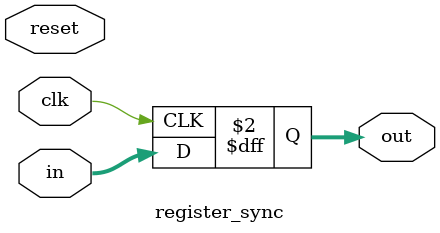
<source format=v>

`timescale 1ns/1ps
module register_sync #(
  parameter integer WIDTH                 = 8
) (
  input  wire                             clk,
  input  wire                             reset,
  // input  wire                             enable,
  input  wire        [ WIDTH -1 : 0 ]     in,
  output reg         [ WIDTH -1 : 0 ]     out
);


  always @(posedge clk)
  begin
    // if (reset)
      // out_reg <= 'b0;
    // else if (enable)
      out <= in;
  end

endmodule

</source>
